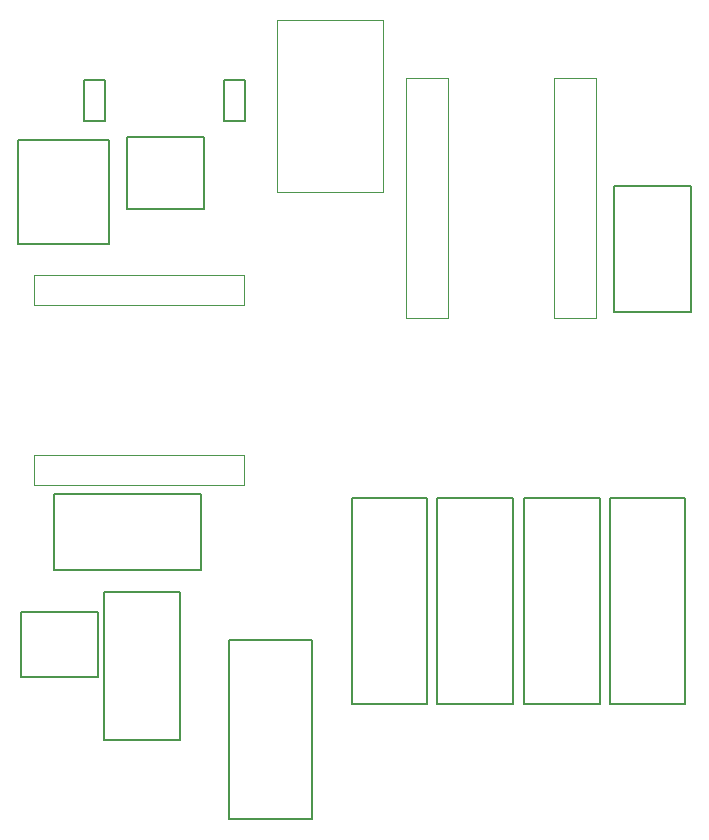
<source format=gbr>
%TF.GenerationSoftware,Altium Limited,Altium Designer,22.7.1 (60)*%
G04 Layer_Color=16711935*
%FSLAX45Y45*%
%MOMM*%
%TF.SameCoordinates,61DBAAF2-DE87-4E8A-AD11-02536D302051*%
%TF.FilePolarity,Positive*%
%TF.FileFunction,Other,Top_3D_Body*%
%TF.Part,Single*%
G01*
G75*
%TA.AperFunction,NonConductor*%
%ADD61C,0.20000*%
%ADD63C,0.10000*%
D61*
X1362358Y6307000D02*
X1542358Y6307000D01*
X1542358Y6647000D01*
X1362358Y6647000D02*
X1542358Y6647000D01*
X1362358Y6307000D02*
X1362358Y6647000D01*
X2545250Y6307000D02*
X2725250D01*
Y6647000D01*
X2545250D02*
X2725250D01*
X2545250Y6307000D02*
Y6647000D01*
X804858Y5265501D02*
X1574858Y5265501D01*
X1574857Y6145500D02*
X1574858Y5265501D01*
X804858Y6145501D02*
X1574857Y6145500D01*
X804858Y5265501D02*
Y6145501D01*
X5853888Y4688061D02*
X5853888Y5750061D01*
X6503888D01*
X6503889Y4688061D01*
X5853888D02*
X6503889D01*
X1725285Y5558248D02*
X2375285Y5558250D01*
X2375282Y6168249D02*
X2375285Y5558250D01*
X1725285Y6168250D02*
X2375282Y6168249D01*
X1725285Y5558248D02*
X1725285Y6168250D01*
X1533534Y1063749D02*
X2173535Y1063750D01*
X2173536Y2313751D01*
X1533535Y2313751D02*
X2173536Y2313751D01*
X1533534Y1063749D02*
X1533535Y2313751D01*
X1107535Y3145751D02*
X2357535Y3145750D01*
X2357535Y2505750D02*
X2357535Y3145750D01*
X1107535Y2505750D02*
X2357535Y2505750D01*
X1107535Y2505750D02*
Y3145751D01*
X2592284Y1905749D02*
X2592285Y395750D01*
X3292285D01*
X3292284Y1905750D02*
X3292285Y395750D01*
X2592284Y1905749D02*
X3292284Y1905750D01*
X828108Y2150250D02*
X1478109D01*
X828108Y1596250D02*
X828108Y2150250D01*
X828108Y1596250D02*
X1478108Y1596250D01*
X1478109Y2150250D01*
X4351975Y1365485D02*
Y3115485D01*
X4991976D01*
Y1365485D02*
Y3115485D01*
X4351975Y1365485D02*
X4991976D01*
X4269661Y1365484D02*
X4269661Y3115484D01*
X3629660Y1365485D02*
X4269661Y1365484D01*
X3629660Y1365485D02*
Y3115485D01*
X4269661Y3115484D01*
X5730161Y1365484D02*
X5730161Y3115484D01*
X5090160Y1365485D02*
X5730161Y1365484D01*
X5090160Y1365485D02*
Y3115485D01*
X5730161Y3115484D01*
X5812475Y1365485D02*
Y3115485D01*
X6452476D01*
Y1365485D02*
Y3115485D01*
X5812475Y1365485D02*
X6452476D01*
D63*
X5339961Y4635501D02*
X5695961Y4635499D01*
X5339961Y6667499D02*
X5339961Y4635501D01*
X5339961Y6667499D02*
X5695960Y6667501D01*
X5695961Y4635499D01*
X4087962Y4635500D02*
X4443960Y4635498D01*
X4087960Y6667499D02*
X4087962Y4635500D01*
X4087960Y6667499D02*
X4443961Y6667501D01*
X4443960Y4635498D02*
X4443961Y6667501D01*
X3894785Y5706002D02*
X3894785Y7156001D01*
X2994785D02*
X3894785D01*
X2994785Y5706001D02*
Y7156001D01*
Y5706001D02*
X3894785Y5706002D01*
X2713800Y3224440D02*
X2713800Y3478441D01*
X935800Y3224440D02*
X935801Y3478440D01*
X935800Y3224440D02*
X2713800Y3224440D01*
X935801Y3478440D02*
X2713800Y3478441D01*
X2713799Y4749268D02*
X2713800Y5003268D01*
X935800Y4749267D02*
X935800Y5003267D01*
X935800Y4749267D02*
X2713799Y4749268D01*
X935800Y5003267D02*
X2713800Y5003268D01*
%TF.MD5,d97879b8cd527582bf003d62554aba0f*%
M02*

</source>
